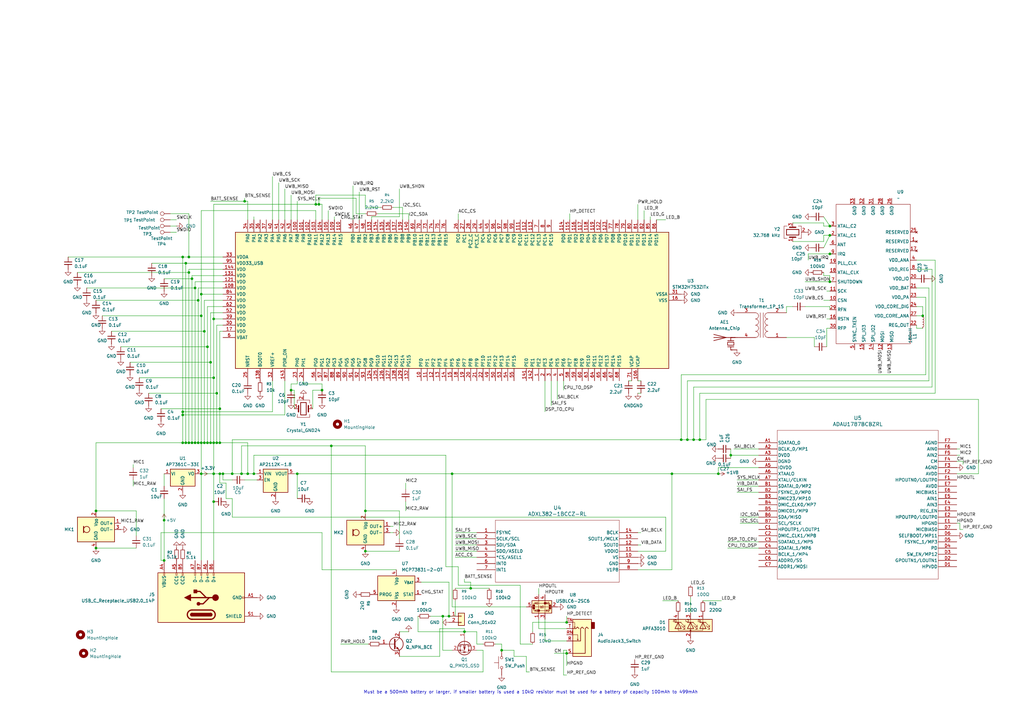
<source format=kicad_sch>
(kicad_sch (version 20250114) (generator "eeschema") (generator_version "9.0")
  (paper "A3")
  (text "Must be a 500mAh battery or larger, if smaller battery is used a 10kΩ resistor must be used for a battery of capacity 100mAh to 499mAh" (at 217.678 283.972 0) (effects (font (size 1.27 1.27))))
  (junction (at 78.74 114.3))
  (junction (at 181.61 252.73))
  (junction (at 340.36 115.57))
  (junction (at 149.86 226.06))
  (junction (at 101.6 194.31))
  (junction (at 90.17 181.61))
  (junction (at 82.55 181.61))
  (junction (at 91.44 194.31))
  (junction (at 135.89 182.88))
  (junction (at 82.55 194.31))
  (junction (at 83.82 181.61))
  (junction (at 87.63 194.31))
  (junction (at 284.48 180.34))
  (junction (at 74.93 105.41))
  (junction (at 67.31 213.36))
  (junction (at 83.82 135.89))
  (junction (at 279.4 180.34))
  (junction (at 378.46 129.54))
  (junction (at 81.28 181.61))
  (junction (at 340.36 96.52))
  (junction (at 85.09 142.24))
  (junction (at 77.47 111.76))
  (junction (at 100.33 82.55))
  (junction (at 88.9 181.61))
  (junction (at 294.64 194.31))
  (junction (at 275.59 194.31))
  (junction (at 149.86 209.55))
  (junction (at 74.93 181.61))
  (junction (at 39.37 224.79))
  (junction (at 184.15 252.73))
  (junction (at 287.02 180.34))
  (junction (at 81.28 123.19))
  (junction (at 87.63 205.74))
  (junction (at 87.63 154.94))
  (junction (at 87.63 130.81))
  (junction (at 193.04 241.3))
  (junction (at 340.36 92.71))
  (junction (at 299.72 186.69))
  (junction (at 99.06 194.31))
  (junction (at 88.9 161.29))
  (junction (at 85.09 181.61))
  (junction (at 119.38 160.02))
  (junction (at 205.74 266.7))
  (junction (at 104.14 194.31))
  (junction (at 132.08 160.02))
  (junction (at 80.01 118.11))
  (junction (at 87.63 181.61))
  (junction (at 82.55 129.54))
  (junction (at 78.74 181.61))
  (junction (at 340.36 104.14))
  (junction (at 74.93 170.18))
  (junction (at 130.81 83.82))
  (junction (at 86.36 148.59))
  (junction (at 281.94 180.34))
  (junction (at 95.25 194.31))
  (junction (at 39.37 209.55))
  (junction (at 185.42 194.31))
  (junction (at 76.2 107.95))
  (junction (at 129.54 83.82))
  (junction (at 90.17 194.31))
  (junction (at 80.01 181.61))
  (junction (at 90.17 167.64))
  (junction (at 77.47 181.61))
  (junction (at 74.93 168.91))
  (junction (at 232.41 267.97))
  (junction (at 67.31 229.87))
  (junction (at 86.36 181.61))
  (junction (at 232.41 255.27))
  (junction (at 77.47 105.41))
  (junction (at 76.2 181.61))
  (junction (at 190.5 259.08))
  (junction (at 121.92 194.31))
  (junction (at 82.55 120.65))
  (wire (pts (xy 163.83 209.55) (xy 149.86 209.55)))
  (wire (pts (xy 337.82 92.71) (xy 340.36 92.71)))
  (wire (pts (xy 124.46 157.48) (xy 132.08 157.48)))
  (wire (pts (xy 104.14 88.9) (xy 104.14 90.17)))
  (wire (pts (xy 261.62 226.06) (xy 273.05 226.06)))
  (wire (pts (xy 186.69 218.44) (xy 195.58 218.44)))
  (wire (pts (xy 182.88 232.41) (xy 182.88 186.69)))
  (wire (pts (xy 190.5 257.81) (xy 190.5 259.08)))
  (wire (pts (xy 223.52 156.21) (xy 223.52 168.91)))
  (wire (pts (xy 279.4 180.34) (xy 281.94 180.34)))
  (wire (pts (xy 85.09 125.73) (xy 85.09 142.24)))
  (wire (pts (xy 121.92 204.47) (xy 121.92 194.31)))
  (wire (pts (xy 392.43 194.31) (xy 401.32 194.31)))
  (wire (pts (xy 262.89 156.21) (xy 261.62 156.21)))
  (wire (pts (xy 83.82 135.89) (xy 83.82 181.61)))
  (wire (pts (xy 382.27 158.75) (xy 382.27 110.49)))
  (wire (pts (xy 91.44 113.03) (xy 78.74 113.03)))
  (wire (pts (xy 57.15 154.94) (xy 87.63 154.94)))
  (wire (pts (xy 190.5 238.76) (xy 193.04 238.76)))
  (wire (pts (xy 394.97 189.23) (xy 392.43 189.23)))
  (wire (pts (xy 382.27 110.49) (xy 375.92 110.49)))
  (wire (pts (xy 111.76 72.39) (xy 111.76 90.17)))
  (wire (pts (xy 339.09 134.62) (xy 340.36 134.62)))
  (wire (pts (xy 149.86 80.01) (xy 129.54 80.01)))
  (wire (pts (xy 116.84 156.21) (xy 116.84 170.18)))
  (wire (pts (xy 261.62 83.82) (xy 261.62 90.17)))
  (wire (pts (xy 223.52 262.89) (xy 223.52 254)))
  (wire (pts (xy 227.33 267.97) (xy 232.41 267.97)))
  (wire (pts (xy 287.02 161.29) (xy 383.54 161.29)))
  (wire (pts (xy 232.41 257.81) (xy 220.98 257.81)))
  (wire (pts (xy 302.26 199.39) (xy 311.15 199.39)))
  (wire (pts (xy 300.99 184.15) (xy 311.15 184.15)))
  (wire (pts (xy 99.06 194.31) (xy 101.6 194.31)))
  (wire (pts (xy 381 118.11) (xy 381 156.21)))
  (wire (pts (xy 91.44 118.11) (xy 81.28 118.11)))
  (wire (pts (xy 181.61 252.73) (xy 184.15 252.73)))
  (wire (pts (xy 81.28 123.19) (xy 81.28 181.61)))
  (wire (pts (xy 129.54 83.82) (xy 130.81 83.82)))
  (wire (pts (xy 132.08 233.68) (xy 132.08 218.44)))
  (wire (pts (xy 95.25 212.09) (xy 95.25 204.47)))
  (wire (pts (xy 337.82 123.19) (xy 340.36 123.19)))
  (wire (pts (xy 82.55 86.36) (xy 129.54 86.36)))
  (wire (pts (xy 330.2 115.57) (xy 340.36 115.57)))
  (wire (pts (xy 100.33 196.85) (xy 105.41 196.85)))
  (wire (pts (xy 281.94 180.34) (xy 284.48 180.34)))
  (wire (pts (xy 163.83 220.98) (xy 163.83 209.55)))
  (wire (pts (xy 121.92 194.31) (xy 185.42 194.31)))
  (wire (pts (xy 91.44 120.65) (xy 82.55 120.65)))
  (wire (pts (xy 39.37 123.19) (xy 81.28 123.19)))
  (wire (pts (xy 69.85 90.17) (xy 72.39 90.17)))
  (wire (pts (xy 298.45 222.25) (xy 311.15 222.25)))
  (wire (pts (xy 81.28 118.11) (xy 81.28 123.19)))
  (wire (pts (xy 82.55 181.61) (xy 83.82 181.61)))
  (wire (pts (xy 341.63 104.14) (xy 340.36 104.14)))
  (wire (pts (xy 273.05 212.09) (xy 95.25 212.09)))
  (wire (pts (xy 165.1 85.09) (xy 161.29 85.09)))
  (wire (pts (xy 80.01 118.11) (xy 80.01 181.61)))
  (wire (pts (xy 165.1 85.09) (xy 165.1 90.17)))
  (wire (pts (xy 87.63 194.31) (xy 87.63 205.74)))
  (wire (pts (xy 330.2 125.73) (xy 340.36 125.73)))
  (wire (pts (xy 232.41 252.73) (xy 232.41 255.27)))
  (wire (pts (xy 77.47 110.49) (xy 77.47 111.76)))
  (wire (pts (xy 86.36 128.27) (xy 86.36 148.59)))
  (wire (pts (xy 91.44 196.85) (xy 95.25 196.85)))
  (wire (pts (xy 135.89 182.88) (xy 149.86 182.88)))
  (wire (pts (xy 232.41 276.86) (xy 231.14 276.86)))
  (wire (pts (xy 337.82 91.44) (xy 337.82 92.71)))
  (wire (pts (xy 266.7 88.9) (xy 266.7 90.17)))
  (wire (pts (xy 121.92 156.21) (xy 121.92 157.48)))
  (wire (pts (xy 187.96 87.63) (xy 187.96 90.17)))
  (wire (pts (xy 210.82 269.24) (xy 210.82 266.7)))
  (wire (pts (xy 60.96 161.29) (xy 88.9 161.29)))
  (wire (pts (xy 378.46 125.73) (xy 378.46 129.54)))
  (wire (pts (xy 337.82 113.03) (xy 340.36 113.03)))
  (wire (pts (xy 337.82 88.9) (xy 340.36 92.71)))
  (wire (pts (xy 337.82 101.6) (xy 340.36 96.52)))
  (wire (pts (xy 298.45 224.79) (xy 311.15 224.79)))
  (wire (pts (xy 233.68 87.63) (xy 233.68 90.17)))
  (wire (pts (xy 163.83 269.24) (xy 180.34 269.24)))
  (wire (pts (xy 128.27 160.02) (xy 132.08 160.02)))
  (wire (pts (xy 401.32 194.31) (xy 401.32 163.83)))
  (wire (pts (xy 161.29 215.9) (xy 160.02 215.9)))
  (wire (pts (xy 69.85 92.71) (xy 72.39 92.71)))
  (wire (pts (xy 228.6 163.83) (xy 228.6 156.21)))
  (wire (pts (xy 90.17 135.89) (xy 90.17 167.64)))
  (wire (pts (xy 275.59 194.31) (xy 294.64 194.31)))
  (wire (pts (xy 394.97 190.5) (xy 394.97 189.23)))
  (wire (pts (xy 149.86 182.88) (xy 149.86 209.55)))
  (wire (pts (xy 81.28 181.61) (xy 82.55 181.61)))
  (wire (pts (xy 210.82 266.7) (xy 205.74 266.7)))
  (wire (pts (xy 149.86 209.55) (xy 149.86 210.82)))
  (wire (pts (xy 83.82 181.61) (xy 85.09 181.61)))
  (wire (pts (xy 172.72 238.76) (xy 184.15 238.76)))
  (wire (pts (xy 87.63 130.81) (xy 87.63 154.94)))
  (wire (pts (xy 80.01 115.57) (xy 80.01 118.11)))
  (wire (pts (xy 85.09 142.24) (xy 85.09 181.61)))
  (wire (pts (xy 87.63 154.94) (xy 87.63 181.61)))
  (wire (pts (xy 322.58 138.43) (xy 334.01 138.43)))
  (wire (pts (xy 257.81 156.21) (xy 259.08 156.21)))
  (wire (pts (xy 262.89 218.44) (xy 261.62 218.44)))
  (wire (pts (xy 322.58 128.27) (xy 322.58 125.73)))
  (wire (pts (xy 213.36 264.16) (xy 213.36 240.03)))
  (wire (pts (xy 149.86 87.63) (xy 146.05 87.63)))
  (wire (pts (xy 99.06 182.88) (xy 135.89 182.88)))
  (wire (pts (xy 111.76 156.21) (xy 111.76 168.91)))
  (wire (pts (xy 340.36 125.73) (xy 340.36 127)))
  (wire (pts (xy 91.44 107.95) (xy 76.2 107.95)))
  (wire (pts (xy 186.69 226.06) (xy 195.58 226.06)))
  (wire (pts (xy 340.36 113.03) (xy 340.36 115.57)))
  (wire (pts (xy 231.14 266.7) (xy 232.41 266.7)))
  (wire (pts (xy 393.7 186.69) (xy 392.43 186.69)))
  (wire (pts (xy 299.72 186.69) (xy 311.15 186.69)))
  (wire (pts (xy 82.55 120.65) (xy 82.55 129.54)))
  (wire (pts (xy 104.14 194.31) (xy 105.41 194.31)))
  (wire (pts (xy 284.48 180.34) (xy 287.02 180.34)))
  (wire (pts (xy 100.33 82.55) (xy 101.6 82.55)))
  (wire (pts (xy 322.58 125.73) (xy 325.12 125.73)))
  (wire (pts (xy 87.63 194.31) (xy 90.17 194.31)))
  (wire (pts (xy 289.56 180.34) (xy 289.56 163.83)))
  (wire (pts (xy 271.78 246.38) (xy 278.13 246.38)))
  (wire (pts (xy 95.25 194.31) (xy 95.25 180.34)))
  (wire (pts (xy 104.14 186.69) (xy 104.14 194.31)))
  (wire (pts (xy 80.01 181.61) (xy 81.28 181.61)))
  (wire (pts (xy 90.17 181.61) (xy 101.6 181.61)))
  (wire (pts (xy 91.44 135.89) (xy 90.17 135.89)))
  (wire (pts (xy 180.34 257.81) (xy 190.5 257.81)))
  (wire (pts (xy 185.42 194.31) (xy 185.42 248.92)))
  (wire (pts (xy 130.81 83.82) (xy 132.08 83.82)))
  (wire (pts (xy 273.05 226.06) (xy 273.05 212.09)))
  (wire (pts (xy 337.82 96.52) (xy 340.36 96.52)))
  (wire (pts (xy 76.2 107.95) (xy 76.2 181.61)))
  (wire (pts (xy 128.27 167.64) (xy 128.27 160.02)))
  (wire (pts (xy 82.55 86.36) (xy 82.55 120.65)))
  (wire (pts (xy 55.88 219.71) (xy 55.88 209.55)))
  (wire (pts (xy 74.93 181.61) (xy 76.2 181.61)))
  (wire (pts (xy 303.53 212.09) (xy 311.15 212.09)))
  (wire (pts (xy 91.44 196.85) (xy 91.44 194.31)))
  (wire (pts (xy 54.61 190.5) (xy 54.61 191.77)))
  (wire (pts (xy 186.69 220.98) (xy 195.58 220.98)))
  (wire (pts (xy 35.56 118.11) (xy 80.01 118.11)))
  (wire (pts (xy 74.93 105.41) (xy 74.93 168.91)))
  (wire (pts (xy 88.9 133.35) (xy 88.9 161.29)))
  (wire (pts (xy 231.14 160.02) (xy 231.14 156.21)))
  (wire (pts (xy 339.09 119.38) (xy 340.36 119.38)))
  (wire (pts (xy 180.34 269.24) (xy 180.34 257.81)))
  (wire (pts (xy 284.48 158.75) (xy 382.27 158.75)))
  (wire (pts (xy 185.42 266.7) (xy 181.61 266.7)))
  (wire (pts (xy 379.73 121.92) (xy 379.73 153.67)))
  (wire (pts (xy 86.36 148.59) (xy 86.36 181.61)))
  (wire (pts (xy 87.63 181.61) (xy 88.9 181.61)))
  (wire (pts (xy 62.23 107.95) (xy 76.2 107.95)))
  (wire (pts (xy 129.54 80.01) (xy 129.54 83.82)))
  (wire (pts (xy 167.64 259.08) (xy 163.83 259.08)))
  (wire (pts (xy 83.82 123.19) (xy 83.82 135.89)))
  (wire (pts (xy 394.97 217.17) (xy 393.7 217.17)))
  (wire (pts (xy 77.47 181.61) (xy 78.74 181.61)))
  (wire (pts (xy 264.16 86.36) (xy 264.16 90.17)))
  (wire (pts (xy 162.56 233.68) (xy 132.08 233.68)))
  (wire (pts (xy 100.33 81.28) (xy 100.33 82.55)))
  (wire (pts (xy 281.94 156.21) (xy 281.94 180.34)))
  (wire (pts (xy 91.44 130.81) (xy 87.63 130.81)))
  (wire (pts (xy 99.06 194.31) (xy 99.06 182.88)))
  (wire (pts (xy 121.92 194.31) (xy 120.65 194.31)))
  (wire (pts (xy 101.6 181.61) (xy 101.6 194.31)))
  (wire (pts (xy 176.53 252.73) (xy 181.61 252.73)))
  (wire (pts (xy 302.26 196.85) (xy 311.15 196.85)))
  (wire (pts (xy 95.25 204.47) (xy 92.71 204.47)))
  (wire (pts (xy 137.16 88.9) (xy 137.16 90.17)))
  (wire (pts (xy 78.74 114.3) (xy 78.74 181.61)))
  (wire (pts (xy 198.12 264.16) (xy 195.58 264.16)))
  (wire (pts (xy 87.63 205.74) (xy 87.63 229.87)))
  (wire (pts (xy 74.93 170.18) (xy 74.93 181.61)))
  (wire (pts (xy 198.12 275.59) (xy 135.89 275.59)))
  (wire (pts (xy 193.04 238.76) (xy 193.04 241.3)))
  (wire (pts (xy 190.5 237.49) (xy 190.5 238.76)))
  (wire (pts (xy 69.85 95.25) (xy 72.39 95.25)))
  (wire (pts (xy 186.69 223.52) (xy 195.58 223.52)))
  (wire (pts (xy 121.92 82.55) (xy 121.92 90.17)))
  (wire (pts (xy 134.62 86.36) (xy 134.62 90.17)))
  (wire (pts (xy 91.44 128.27) (xy 86.36 128.27)))
  (wire (pts (xy 124.46 156.21) (xy 124.46 157.48)))
  (wire (pts (xy 311.15 191.77) (xy 294.64 191.77)))
  (wire (pts (xy 116.84 77.47) (xy 116.84 90.17)))
  (wire (pts (xy 220.98 257.81) (xy 220.98 254)))
  (wire (pts (xy 375.92 134.62) (xy 375.92 133.35)))
  (wire (pts (xy 91.44 194.31) (xy 95.25 194.31)))
  (wire (pts (xy 49.53 142.24) (xy 85.09 142.24)))
  (wire (pts (xy 92.71 204.47) (xy 92.71 198.12)))
  (wire (pts (xy 295.91 246.38) (xy 288.29 246.38)))
  (wire (pts (xy 287.02 180.34) (xy 289.56 180.34)))
  (wire (pts (xy 163.83 88.9) (xy 152.4 88.9)))
  (wire (pts (xy 100.33 82.55) (xy 86.36 82.55)))
  (wire (pts (xy 181.61 266.7) (xy 181.61 252.73)))
  (wire (pts (xy 215.9 275.59) (xy 215.9 269.24)))
  (wire (pts (xy 95.25 194.31) (xy 99.06 194.31)))
  (wire (pts (xy 101.6 194.31) (xy 104.14 194.31)))
  (wire (pts (xy 55.88 209.55) (xy 39.37 209.55)))
  (wire (pts (xy 45.72 135.89) (xy 83.82 135.89)))
  (wire (pts (xy 161.29 218.44) (xy 160.02 218.44)))
  (wire (pts (xy 92.71 198.12) (xy 90.17 198.12)))
  (wire (pts (xy 187.96 232.41) (xy 182.88 232.41)))
  (wire (pts (xy 184.15 238.76) (xy 184.15 252.73)))
  (wire (pts (xy 67.31 114.3) (xy 78.74 114.3)))
  (wire (pts (xy 383.54 106.68) (xy 375.92 106.68)))
  (wire (pts (xy 66.04 218.44) (xy 66.04 229.87)))
  (wire (pts (xy 287.02 161.29) (xy 287.02 180.34)))
  (wire (pts (xy 132.08 83.82) (xy 132.08 90.17)))
  (wire (pts (xy 401.32 163.83) (xy 289.56 163.83)))
  (wire (pts (xy 167.64 87.63) (xy 167.64 90.17)))
  (wire (pts (xy 299.72 186.69) (xy 299.72 184.15)))
  (wire (pts (xy 339.09 142.24) (xy 339.09 134.62)))
  (wire (pts (xy 393.7 184.15) (xy 392.43 184.15)))
  (wire (pts (xy 67.31 204.47) (xy 67.31 213.36)))
  (wire (pts (xy 187.96 240.03) (xy 187.96 232.41)))
  (wire (pts (xy 154.94 87.63) (xy 167.64 87.63)))
  (wire (pts (xy 284.48 158.75) (xy 284.48 180.34)))
  (wire (pts (xy 66.04 167.64) (xy 90.17 167.64)))
  (wire (pts (xy 90.17 198.12) (xy 90.17 194.31)))
  (wire (pts (xy 182.88 186.69) (xy 104.14 186.69)))
  (wire (pts (xy 88.9 181.61) (xy 90.17 181.61)))
  (wire (pts (xy 218.44 259.08) (xy 218.44 255.27)))
  (wire (pts (xy 232.41 262.89) (xy 223.52 262.89)))
  (wire (pts (xy 91.44 115.57) (xy 80.01 115.57)))
  (wire (pts (xy 78.74 181.61) (xy 80.01 181.61)))
  (wire (pts (xy 375.92 118.11) (xy 381 118.11)))
  (wire (pts (xy 186.69 246.38) (xy 186.69 252.73)))
  (wire (pts (xy 393.7 214.63) (xy 392.43 214.63)))
  (wire (pts (xy 147.32 78.74) (xy 147.32 90.17)))
  (wire (pts (xy 302.26 201.93) (xy 311.15 201.93)))
  (wire (pts (xy 129.54 86.36) (xy 129.54 90.17)))
  (wire (pts (xy 186.69 252.73) (xy 184.15 252.73)))
  (wire (pts (xy 82.55 194.31) (xy 82.55 181.61)))
  (wire (pts (xy 232.41 266.7) (xy 232.41 267.97)))
  (wire (pts (xy 220.98 241.3) (xy 220.98 243.84)))
  (wire (pts (xy 82.55 181.61) (xy 82.55 129.54)))
  (wire (pts (xy 171.45 252.73) (xy 171.45 259.08)))
  (wire (pts (xy 275.59 233.68) (xy 275.59 194.31)))
  (wire (pts (xy 88.9 161.29) (xy 88.9 181.61)))
  (wire (pts (xy 139.7 264.16) (xy 151.13 264.16)))
  (wire (pts (xy 261.62 233.68) (xy 275.59 233.68)))
  (wire (pts (xy 339.09 130.81) (xy 340.36 130.81)))
  (wire (pts (xy 149.86 80.01) (xy 149.86 85.09)))
  (wire (pts (xy 67.31 194.31) (xy 67.31 199.39)))
  (wire (pts (xy 381 156.21) (xy 281.94 156.21)))
  (wire (pts (xy 91.44 133.35) (xy 88.9 133.35)))
  (wire (pts (xy 375.92 129.54) (xy 378.46 129.54)))
  (wire (pts (xy 325.12 99.06) (xy 337.82 99.06)))
  (wire (pts (xy 331.47 106.68) (xy 331.47 104.14)))
  (wire (pts (xy 185.42 194.31) (xy 275.59 194.31)))
  (wire (pts (xy 74.93 168.91) (xy 74.93 170.18)))
  (wire (pts (xy 218.44 264.16) (xy 213.36 264.16)))
  (wire (pts (xy 116.84 170.18) (xy 74.93 170.18)))
  (wire (pts (xy 217.17 275.59) (xy 215.9 275.59)))
  (wire (pts (xy 101.6 82.55) (xy 101.6 90.17)))
  (wire (pts (xy 379.73 153.67) (xy 279.4 153.67)))
  (wire (pts (xy 186.69 228.6) (xy 195.58 228.6)))
  (wire (pts (xy 90.17 167.64) (xy 90.17 181.61)))
  (wire (pts (xy 85.09 181.61) (xy 86.36 181.61)))
  (wire (pts (xy 205.74 266.7) (xy 205.74 264.16)))
  (wire (pts (xy 41.91 129.54) (xy 82.55 129.54)))
  (wire (pts (xy 393.7 217.17) (xy 393.7 214.63)))
  (wire (pts (xy 132.08 157.48) (xy 132.08 160.02)))
  (wire (pts (xy 39.37 181.61) (xy 74.93 181.61)))
  (wire (pts (xy 119.38 157.48) (xy 119.38 160.02)))
  (wire (pts (xy 166.37 198.12) (xy 166.37 200.66)))
  (wire (pts (xy 279.4 153.67) (xy 279.4 180.34)))
  (wire (pts (xy 273.05 90.17) (xy 269.24 90.17)))
  (wire (pts (xy 299.72 187.96) (xy 299.72 186.69)))
  (wire (pts (xy 67.31 213.36) (xy 67.31 229.87)))
  (wire (pts (xy 132.08 218.44) (xy 66.04 218.44)))
  (wire (pts (xy 146.05 81.28) (xy 130.81 81.28)))
  (wire (pts (xy 205.74 264.16) (xy 203.2 264.16)))
  (wire (pts (xy 69.85 87.63) (xy 77.47 87.63)))
  (wire (pts (xy 195.58 264.16) (xy 195.58 259.08)))
  (wire (pts (xy 78.74 113.03) (xy 78.74 114.3)))
  (wire (pts (xy 31.75 111.76) (xy 77.47 111.76)))
  (wire (pts (xy 130.81 81.28) (xy 130.81 83.82)))
  (wire (pts (xy 383.54 106.68) (xy 383.54 161.29)))
  (wire (pts (xy 331.47 104.14) (xy 340.36 104.14)))
  (wire (pts (xy 120.65 167.64) (xy 120.65 160.02)))
  (wire (pts (xy 262.89 223.52) (xy 261.62 223.52)))
  (wire (pts (xy 77.47 105.41) (xy 74.93 105.41)))
  (wire (pts (xy 262.89 161.29) (xy 261.62 161.29)))
  (wire (pts (xy 166.37 209.55) (xy 166.37 205.74)))
  (wire (pts (xy 82.55 194.31) (xy 87.63 194.31)))
  (wire (pts (xy 87.63 194.31) (xy 87.63 181.61)))
  (wire (pts (xy 111.76 168.91) (xy 74.93 168.91)))
  (wire (pts (xy 325.12 91.44) (xy 337.82 91.44)))
  (wire (pts (xy 375.92 125.73) (xy 378.46 125.73)))
  (wire (pts (xy 152.4 88.9) (xy 152.4 90.17)))
  (wire (pts (xy 215.9 269.24) (xy 210.82 269.24)))
  (wire (pts (xy 195.58 266.7) (xy 198.12 266.7)))
  (wire (pts (xy 87.63 83.82) (xy 87.63 130.81)))
  (wire (pts (xy 144.78 76.2) (xy 144.78 90.17)))
  (wire (pts (xy 77.47 111.76) (xy 77.47 181.61)))
  (wire (pts (xy 334.01 138.43) (xy 334.01 142.24)))
  (wire (pts (xy 95.25 180.34) (xy 279.4 180.34)))
  (wire (pts (xy 231.14 276.86) (xy 231.14 266.7)))
  (wire (pts (xy 39.37 209.55) (xy 39.37 181.61)))
  (wire (pts (xy 198.12 266.7) (xy 198.12 275.59)))
  (wire (pts (xy 186.69 241.3) (xy 193.04 241.3)))
  (wire (pts (xy 82.55 229.87) (xy 82.55 194.31)))
  (wire (pts (xy 54.61 199.39) (xy 54.61 196.85)))
  (wire (pts (xy 213.36 240.03) (xy 187.96 240.03)))
  (wire (pts (xy 76.2 181.61) (xy 77.47 181.61)))
  (wire (pts (xy 283.21 245.11) (xy 283.21 251.46)))
  (wire (pts (xy 337.82 99.06) (xy 337.82 96.52)))
  (wire (pts (xy 294.64 191.77) (xy 294.64 194.31)))
  (wire (pts (xy 215.9 248.92) (xy 185.42 248.92)))
  (wire (pts (xy 232.41 273.05) (xy 232.41 267.97)))
  (wire (pts (xy 146.05 87.63) (xy 146.05 81.28)))
  (wire (pts (xy 66.04 229.87) (xy 67.31 229.87)))
  (wire (pts (xy 53.34 148.59) (xy 86.36 148.59)))
  (wire (pts (xy 119.38 80.01) (xy 119.38 90.17)))
  (wire (pts (xy 77.47 87.63) (xy 77.47 105.41)))
  (wire (pts (xy 86.36 181.61) (xy 87.63 181.61)))
  (wire (pts (xy 218.44 255.27) (xy 232.41 255.27)))
  (wire (pts (xy 163.83 226.06) (xy 149.86 226.06)))
  (wire (pts (xy 121.92 157.48) (xy 119.38 157.48)))
  (wire (pts (xy 375.92 121.92) (xy 379.73 121.92)))
  (wire (pts (xy 163.83 77.47) (xy 163.83 88.9)))
  (wire (pts (xy 156.21 85.09) (xy 149.86 85.09)))
  (wire (pts (xy 27.94 105.41) (xy 74.93 105.41)))
  (wire (pts (xy 55.88 224.79) (xy 39.37 224.79)))
  (wire (pts (xy 91.44 125.73) (xy 85.09 125.73)))
  (wire (pts (xy 114.3 74.93) (xy 114.3 90.17)))
  (wire (pts (xy 303.53 214.63) (xy 311.15 214.63)))
  (wire (pts (xy 91.44 110.49) (xy 77.47 110.49)))
  (wire (pts (xy 226.06 166.37) (xy 226.06 156.21)))
  (wire (pts (xy 91.44 105.41) (xy 77.47 105.41)))
  (wire (pts (xy 195.58 259.08) (xy 190.5 259.08)))
  (wire (pts (xy 87.63 83.82) (xy 129.54 83.82)))
  (wire (pts (xy 193.04 241.3) (xy 200.66 241.3)))
  (wire (pts (xy 91.44 123.19) (xy 83.82 123.19)))
  (wire (pts (xy 135.89 275.59) (xy 135.89 182.88)))
  (wire (pts (xy 337.82 111.76) (xy 337.82 113.03)))
  (wire (pts (xy 378.46 134.62) (xy 375.92 134.62)))
  (wire (pts (xy 120.65 160.02) (xy 119.38 160.02)))
  (wire (pts (xy 171.45 259.08) (xy 190.5 259.08)))
  (wire (pts (xy 90.17 194.31) (xy 91.44 194.31)))
  (label "DSP_TO_CPU" (at 223.52 168.91 0))
  (label "BTN_SENSE" (at 217.17 275.59 0))
  (label "HP_REF_GND" (at 260.35 270.51 0))
  (label "HPGND" (at 232.41 273.05 0))
  (label "" (at 394.97 190.5 0))
  (label "DSP_TO_CPU" (at 298.45 222.25 0))
  (label "SAI_FS" (at 302.26 201.93 0))
  (label "CPU_TO_DSP" (at 231.14 160.02 0))
  (label "SWCLK" (at 72.39 90.17 0))
  (label "UWB_MOSI" (at 119.38 80.01 0))
  (label "SWDIO" (at 134.62 86.36 0))
  (label "UWB_MISO" (at 116.84 77.47 0))
  (label "" (at 205.74 266.7 0))
  (label "CPU_TO_DSP" (at 298.45 224.79 0))
  (label "PWR_HOLD" (at 261.62 83.82 0))
  (label "SAI_BCLK" (at 228.6 163.83 0))
  (label "UWB_MISO" (at 365.76 143.51 270))
  (label "UWB_MOSI" (at 361.95 143.51 270))
  (label "LED_G" (at 266.7 88.9 0))
  (label "MIC2" (at 393.7 186.69 0))
  (label "HP_REF_GND" (at 394.97 190.5 0))
  (label "UWB_SCK" (at 186.69 220.98 0))
  (label "MIC1_RAW" (at 49.53 214.63 0))
  (label "MIC2_RAW" (at 166.37 209.55 0))
  (label "CHG_STAT" (at 172.72 243.84 0))
  (label "SWCLK" (at 137.16 88.9 0))
  (label "I2C_SDA" (at 167.64 88.9 0))
  (label "SYS_MCLK" (at 121.92 82.55 0))
  (label "SAI_BCLK" (at 300.99 184.15 0))
  (label "I2C_SDA" (at 303.53 212.09 0))
  (label "" (at 125.7295 194.31 0))
  (label "HPOUTL" (at 220.98 241.3 0))
  (label "MIC2_RAW" (at 161.29 215.9 0))
  (label "HPGND" (at 392.43 214.63 0))
  (label "LED_R" (at 264.16 86.36 0))
  (label "VIB_DATA" (at 302.26 199.39 0))
  (label "CM" (at 392.43 189.23 0))
  (label "CM" (at 227.33 267.97 0))
  (label "HP_DETECT" (at 233.68 87.63 0))
  (label "UWB_MISO" (at 186.69 226.06 0))
  (label "MIC1" (at 393.7 184.15 0))
  (label "UWB_RST" (at 147.32 78.74 0))
  (label "LED_G" (at 283.21 240.03 0))
  (label "UWB_CS" (at 337.82 123.19 180))
  (label "UWB_RST" (at 339.09 130.81 180))
  (label "I2C_SCL" (at 303.53 214.63 0))
  (label "MIC1_RAW" (at 54.61 199.39 0))
  (label "UWB_SHDN" (at 163.83 77.47 0))
  (label "LED_B" (at 273.05 90.17 0))
  (label "BATT_SENSE" (at 190.5 237.49 0))
  (label "PWR_HOLD" (at 139.7 264.16 0))
  (label "HP_REF_GND" (at 232.41 276.86 0))
  (label "I2C_SCL" (at 165.1 85.09 0))
  (label "BTN_SENSE" (at 100.33 81.28 0))
  (label "SYS_MCLK" (at 302.26 196.85 0))
  (label "HP_REF_GND" (at 394.97 217.17 0))
  (label "UWB_MOSI" (at 186.69 223.52 0))
  (label "SWDIO" (at 72.39 95.25 0))
  (label "SAI_BCLK" (at 262.89 218.44 0))
  (label "UWB_CS" (at 111.76 72.39 0))
  (label "SAI_FS" (at 186.69 218.44 0))
  (label "HPOUTR" (at 392.43 212.09 0))
  (label "LED_B" (at 271.78 246.38 0))
  (label "UWB_IRQ" (at 144.78 76.2 0))
  (label "ACC_CS" (at 186.69 228.6 0))
  (label "HP_DETECT" (at 232.41 252.73 0))
  (label "HPOUTR" (at 223.52 243.84 0))
  (label "UWB_SCK" (at 114.3 74.93 0))
  (label "LED_R" (at 295.91 246.38 0))
  (label "SAI_FS" (at 226.06 166.37 0))
  (label "ACC_CS" (at 187.96 87.63 0))
  (label "UWB_SHDN" (at 330.2 115.57 0))
  (label "VIB_DATA" (at 262.89 223.52 0))
  (label "MIC2" (at 166.37 198.12 0))
  (label "HPOUTL" (at 392.43 196.85 0))
  (label "MIC1" (at 54.61 190.5 0))
  (label "UWB_SCK" (at 339.09 119.38 180))
  (label "BATT_SENSE" (at 86.36 82.55 0))
  (label "UWB_IRQ" (at 331.47 106.68 0))
  (label "CHG_STAT" (at 139.7 90.17 0))
  (symbol (lib_id "power:GND") (at 31.75 116.84 0) (unit 1)
    (property "Reference" "#PWR025" (effects (hide yes)))
    (property "Value" "GND" (at 31.75 121.92 0))
    (property "Description" "Power symbol creates a global label with name \"GND\" , ground" (effects (hide yes)))
  )
  (symbol (lib_id "Connector:TestPoint") (at 69.85 92.71 90) (unit 1)
    (property "Reference" "TP3" (at 60.452 96.012 90))
    (property "Value" "TestPoint" (at 61.214 93.472 90))
    (property "Footprint" "TestPoint:TestPoint_Pad_1.0x1.0mm" (effects (hide yes)))
    (property "Description" "test point" (effects (hide yes)))
  )
  (symbol (lib_id "Device:R_Small") (at 200.66 264.16 90) (unit 1)
    (property "Reference" "R11" (at 200.66 259.08 90) (effects (font (size 1.016 1.016))))
    (property "Value" "100kΩ" (at 200.66 261.62 90))
    (property "Footprint" "Resistor_SMD:R_0402_1005Metric" (effects (hide yes)))
    (property "Description" "Resistor, small symbol" (effects (hide yes)))
  )
  (symbol (lib_id "power:GND") (at 45.72 140.97 0) (unit 1)
    (property "Reference" "#PWR021" (effects (hide yes)))
    (property "Value" "GND" (at 45.72 146.05 0))
    (property "Description" "Power symbol creates a global label with name \"GND\" , ground" (effects (hide yes)))
  )
  (symbol (lib_id "Device:R_Small") (at 74.93 227.33 0) (unit 1)
    (property "Reference" "R1" (at 76.454 226.822 0) (effects (font (size 1.016 1.016)) (justify left)))
    (property "Value" "5.1k" (at 76.2 228.6 0) (effects (justify left)))
    (property "Footprint" "Resistor_SMD:R_0402_1005Metric" (effects (hide yes)))
    (property "Description" "Resistor, small symbol" (effects (hide yes)))
  )
  (symbol (lib_id "power:GND") (at 283.21 261.62 0) (unit 1)
    (property "Reference" "#PWR059" (effects (hide yes)))
    (property "Value" "GND" (at 283.21 266.7 0))
    (property "Description" "Power symbol creates a global label with name \"GND\" , ground" (effects (hide yes)))
  )
  (symbol (lib_id "power:GND") (at 294.64 187.96 270) (unit 1)
    (property "Reference" "#PWR046" (effects (hide yes)))
    (property "Value" "GND" (at 293.624 189.992 90) (effects (justify right)))
    (property "Description" "Power symbol creates a global label with name \"GND\" , ground" (effects (hide yes)))
  )
  (symbol (lib_id "power:GND") (at 147.32 243.84 270) (unit 1)
    (property "Reference" "#PWR051" (effects (hide yes)))
    (property "Value" "GND" (at 142.24 243.84 0))
    (property "Description" "Power symbol creates a global label with name \"GND\" , ground" (effects (hide yes)))
  )
  (symbol (lib_id "power:GND") (at 60.96 166.37 0) (unit 1)
    (property "Reference" "#PWR017" (effects (hide yes)))
    (property "Value" "GND" (at 60.96 171.45 0))
    (property "Description" "Power symbol creates a global label with name \"GND\" , ground" (effects (hide yes)))
  )
  (symbol (lib_id "Device:C_Small") (at 163.83 223.52 0) (unit 1)
    (property "Reference" "C28" (at 166.37 222.2562 0) (effects (justify left)))
    (property "Value" "0.1uF" (at 166.37 224.7962 0) (effects (justify left)))
    (property "Footprint" "Capacitor_SMD:C_0402_1005Metric" (effects (hide yes)))
    (property "Description" "Unpolarized capacitor, small symbol" (effects (hide yes)))
  )
  (symbol (lib_id "Device:R_Small") (at 152.4 87.63 90) (unit 1)
    (property "Reference" "R5" (at 152.4 82.55 90) (effects (font (size 1.016 1.016))))
    (property "Value" "2.2kΩ" (at 152.4 85.09 90))
    (property "Footprint" "Resistor_SMD:R_0402_1005Metric" (effects (hide yes)))
    (property "Description" "Resistor, small symbol" (effects (hide yes)))
  )
  (symbol (lib_id "Device:C_Small") (at 132.08 162.56 0) (unit 1)
    (property "Reference" "C3" (at 134.62 161.2962 0) (effects (justify left)))
    (property "Value" "10pF" (at 134.62 163.8362 0) (effects (justify left)))
    (property "Footprint" "Capacitor_SMD:C_0402_1005Metric" (effects (hide yes)))
    (property "Description" "Unpolarized capacitor, small symbol" (effects (hide yes)))
  )
  (symbol (lib_id "power:GND") (at 106.68 161.29 0) (unit 1)
    (property "Reference" "#PWR015" (effects (hide yes)))
    (property "Value" "GND" (at 106.68 166.37 0))
    (property "Description" "Power symbol creates a global label with name \"GND\" , ground" (effects (hide yes)))
  )
  (symbol (lib_id "Device:C_Small") (at 41.91 132.08 0) (unit 1)
    (property "Reference" "C13" (at 44.45 130.8162 0) (effects (justify left)))
    (property "Value" "0.1uF" (at 44.45 133.3562 0) (effects (justify left)))
    (property "Footprint" "Capacitor_SMD:C_0402_1005Metric" (effects (hide yes)))
    (property "Description" "Unpolarized capacitor, small symbol" (effects (hide yes)))
  )
  (symbol (lib_id "Mechanical:MountingHole") (at 138.43 173.99 0) (unit 1) (in_bom no)
    (property "Reference" "H1" (at 140.97 172.7199 0) (effects (justify left)))
    (property "Value" "MountingHole" (at 140.97 175.2599 0) (effects (justify left)))
    (property "Footprint" "MountingHole:MountingHole_2.2mm_M2_DIN965_Pad" (effects (hide yes)))
    (property "Description" "Mounting Hole without connection" (effects (hide yes)))
  )
  (symbol (lib_id "power:GND") (at 39.37 128.27 0) (unit 1)
    (property "Reference" "#PWR023" (effects (hide yes)))
    (property "Value" "GND" (at 39.37 133.35 0))
    (property "Description" "Power symbol creates a global label with name \"GND\" , ground" (effects (hide yes)))
  )
  (symbol (lib_id "Device:C_Small") (at 97.79 196.85 270) (unit 1)
    (property "Reference" "C5" (at 97.536 201.93 90))
    (property "Value" "10uF" (at 97.79 200.152 90))
    (property "Footprint" "Capacitor_SMD:C_0402_1005Metric" (effects (hide yes)))
    (property "Description" "Unpolarized capacitor, small symbol" (effects (hide yes)))
  )
  (symbol (lib_id "power:GND") (at 105.41 252.73 90) (unit 1)
    (property "Reference" "#PWR03" (effects (hide yes)))
    (property "Value" "GND" (at 109.22 252.7299 90) (effects (justify right)))
    (property "Description" "Power symbol creates a global label with name \"GND\" , ground" (effects (hide yes)))
  )
  (symbol (lib_id "Device:R_Small") (at 200.66 243.84 0) (unit 1)
    (property "Reference" "R10" (at 203.2 242.5699 0) (effects (font (size 1.016 1.016)) (justify left)))
    (property "Value" "100kΩ" (at 203.2 245.1099 0) (effects (justify left)))
    (property "Footprint" "Resistor_SMD:R_0402_1005Metric" (effects (hide yes)))
    (property "Description" "Resistor, small symbol" (effects (hide yes)))
  )
  (symbol (lib_id "power:GND") (at 92.71 205.74 0) (unit 1)
    (property "Reference" "#PWR013" (effects (hide yes)))
    (property "Value" "GND" (at 92.71 210.82 0))
    (property "Description" "Power symbol creates a global label with name \"GND\" , ground" (effects (hide yes)))
  )
  (symbol (lib_id "power:GND") (at 332.74 88.9 270) (unit 1)
    (property "Reference" "#PWR043" (effects (hide yes)))
    (property "Value" "GND" (at 328.93 88.8999 90) (effects (justify right)))
    (property "Description" "Power symbol creates a global label with name \"GND\" , ground" (effects (hide yes)))
  )
  (symbol (lib_id "Connector:TestPoint") (at 69.85 87.63 90) (unit 1)
    (property "Reference" "TP1" (at 52.578 90.424 90))
    (property "Value" "TestPoint" (at 60.452 87.122 90))
    (property "Footprint" "TestPoint:TestPoint_Pad_1.0x1.0mm" (effects (hide yes)))
    (property "Description" "test point" (effects (hide yes)))
  )
  (symbol (lib_id "Device:R_Small") (at 153.67 264.16 90) (unit 1)
    (property "Reference" "R8" (at 153.67 259.08 90) (effects (font (size 1.016 1.016))))
    (property "Value" "10kΩ" (at 153.67 261.62 90))
    (property "Footprint" "Resistor_SMD:R_0402_1005Metric" (effects (hide yes)))
    (property "Description" "Resistor, small symbol" (effects (hide yes)))
  )
  (symbol (lib_id "Device:C_Small") (at 55.88 222.25 0) (unit 1)
    (property "Reference" "C31" (at 58.42 220.9862 0) (effects (justify left)))
    (property "Value" "0.1uF" (at 58.42 223.5262 0) (effects (justify left)))
    (property "Footprint" "Capacitor_SMD:C_0402_1005Metric" (effects (hide yes)))
    (property "Description" "Unpolarized capacitor, small symbol" (effects (hide yes)))
  )
  (symbol (lib_id "power:GND") (at 124.46 162.56 180) (unit 1)
    (property "Reference" "#PWR048" (effects (hide yes)))
    (property "Value" "GND" (at 124.46 157.48 0))
    (property "Description" "Power symbol creates a global label with name \"GND\" , ground" (effects (hide yes)))
  )
  (symbol (lib_id "Power_Protection:USBLC6-2SC6") (at 220.98 248.92 90) (unit 1)
    (property "Reference" "U8" (at 234.95 243.9668 90))
    (property "Value" "USBLC6-2SC6" (at 234.95 246.5068 90))
    (property "Footprint" "Package_TO_SOT_SMD:SOT-23-6" (effects (hide yes)))
    (property "Datasheet" "https://www.st.com/resource/en/datasheet/usblc6-2.pdf" (effects (hide yes)))
    (property "Description" "Very low capacitance ESD protection diode, 2 data-line, SOT-23-6" (effects (hide yes)))
  )
  (symbol (lib_id "Device:Crystal_GND24") (at 325.12 95.25 90) (unit 1)
    (property "Reference" "Y2" (at 320.04 93.9799 90) (effects (justify left)))
    (property "Value" "32.768 kHz" (at 320.04 96.5199 90) (effects (justify left)))
    (property "Footprint" "Crystal:Crystal_SMD_3225-4Pin_3.2x2.5mm" (effects (hide yes)))
    (property "Description" "Four pin crystal, GND on pins 2 and 4" (effects (hide yes)))
    (property private "KLC_S3.3" "The rectangle is not a symbol body but a graphical element" (effects (hide yes)))
    (property private "KLC_S4.1" "Some pins are on 50mil grid to make the symbol small" (effects (hide yes)))
  )
  (symbol (lib_id "power:GND") (at 167.64 259.08 180) (unit 1)
    (property "Reference" "#PWR055" (effects (hide yes)))
    (property "Value" "GND" (at 167.64 254 0))
    (property "Description" "Power symbol creates a global label with name \"GND\" , ground" (effects (hide yes)))
  )
  (symbol (lib_id "power:GND") (at 261.62 161.29 0) (unit 1)
    (property "Reference" "#PWR031" (effects (hide yes)))
    (property "Value" "GND" (at 261.62 166.37 0))
    (property "Description" "Power symbol creates a global label with name \"GND\" , ground" (effects (hide yes)))
  )
  (symbol (lib_id "power:GND") (at 257.81 161.29 0) (unit 1)
    (property "Reference" "#PWR030" (effects (hide yes)))
    (property "Value" "GND" (at 257.81 166.37 0))
    (property "Description" "Power symbol creates a global label with name \"GND\" , ground" (effects (hide yes)))
  )
  (symbol (lib_id "power:GND") (at 311.15 189.23 270) (unit 1)
    (property "Reference" "#PWR037" (effects (hide yes)))
    (property "Value" "GND" (at 307.34 189.2299 90) (effects (justify right)))
    (property "Description" "Power symbol creates a global label with name \"GND\" , ground" (effects (hide yes)))
  )
  (symbol (lib_id "power:GND") (at 119.38 165.1 0) (unit 1)
    (property "Reference" "#PWR033" (effects (hide yes)))
    (property "Value" "GND" (at 119.38 170.18 0))
    (property "Description" "Power symbol creates a global label with name \"GND\" , ground" (effects (hide yes)))
  )
  (symbol (lib_id "power:GND") (at 72.39 224.79 180) (unit 1)
    (property "Reference" "#PWR01" (effects (hide yes)))
    (property "Value" "GND" (at 72.3899 220.98 90) (effects (justify right)))
    (property "Description" "Power symbol creates a global label with name \"GND\" , ground" (effects (hide yes)))
  )
  (symbol (lib_id "Device:R_Small") (at 158.75 85.09 90) (unit 1)
    (property "Reference" "R4" (at 158.75 80.01 90) (effects (font (size 1.016 1.016))))
    (property "Value" "2.2kΩ" (at 158.75 82.55 90))
    (property "Footprint" "Resistor_SMD:R_0402_1005Metric" (effects (hide yes)))
    (property "Description" "Resistor, small symbol" (effects (hide yes)))
  )
  (symbol (lib_id "Device:C_Small") (at 27.94 107.95 0) (unit 1)
    (property "Reference" "C17" (at 30.48 106.6862 0) (effects (justify left)))
    (property "Value" "0.1uF" (at 30.48 109.2262 0) (effects (justify left)))
    (property "Footprint" "Capacitor_SMD:C_0402_1005Metric" (effects (hide yes)))
    (property "Description" "Unpolarized capacitor, small symbol" (effects (hide yes)))
  )
  (symbol (lib_id "power:GND") (at 260.35 275.59 0) (unit 1)
    (property "Reference" "#PWR039" (effects (hide yes)))
    (property "Value" "GND" (at 260.35 280.67 0))
    (property "Description" "Power symbol creates a global label with name \"GND\" , ground" (effects (hide yes)))
  )
  (symbol (lib_id "Device:C_Small") (at 335.28 101.6 90) (unit 1)
    (property "Reference" "C25" (at 328.422 104.14 90))
    (property "Value" "10pF" (at 326.898 106.172 90))
    (property "Footprint" "Capacitor_SMD:C_0402_1005Metric" (effects (hide yes)))
    (property "Description" "Unpolarized capacitor, small symbol" (effects (hide yes)))
  )
  (symbol (lib_id "Transistor_BJT:Q_NPN_BCE") (at 161.29 264.16 0) (unit 1)
    (property "Reference" "Q2" (at 166.37 262.8899 0) (effects (justify left)))
    (property "Value" "Q_NPN_BCE" (at 166.37 265.4299 0) (effects (justify left)))
    (property "Footprint" "Package_TO_SOT_SMD:SOT-23" (effects (hide yes)))
    (property "Description" "NPN transistor, base/collector/emitter" (effects (hide yes)))
    (property "Sim.Device" "NPN" (effects (hide yes)))
    (property "Sim.Pins" "1=B 2=C 3=E" (effects (hide yes)))
  )
  (symbol (lib_id "power:GND") (at 184.15 255.27 270) (unit 1)
    (property "Reference" "#PWR054" (effects (hide yes)))
    (property "Value" "GND" (at 180.34 255.2699 90) (effects (justify right)))
    (property "Description" "Power symbol creates a global label with name \"GND\" , ground" (effects (hide yes)))
  )
  (symbol (lib_id "power:GND") (at 332.74 111.76 270) (unit 1)
    (property "Reference" "#PWR041" (effects (hide yes)))
    (property "Value" "GND" (at 328.93 111.7599 90) (effects (justify right)))
    (property "Description" "Power symbol creates a global label with name \"GND\" , ground" (effects (hide yes)))
  )
  (symbol (lib_id "Device:Transformer_1P_1S") (at 312.42 133.35 180) (unit 1)
    (property "Reference" "T1" (at 312.4073 123.19 0))
    (property "Value" "Transformer_1P_1S" (at 312.4073 125.73 0))
    (property "Footprint" "RF_Converter:Balun_Johanson_1.6x0.8mm" (effects (hide yes)))
    (property "Description" "Transformer, single primary, single secondary" (effects (hide yes)))
  )
  (symbol (lib_id "power:GND") (at 161.29 218.44 90) (unit 1)
    (property "Reference" "#PWR049" (effects (hide yes)))
    (property "Value" "GND" (at 165.1 218.4399 90) (effects (justify right)))
    (property "Description" "Power symbol creates a global label with name \"GND\" , ground" (effects (hide yes)))
  )
  (symbol (lib_id "Device:C_Small") (at 336.55 142.24 270) (unit 1)
    (property "Reference" "C34" (at 336.5436 135.89 90))
    (property "Value" "10pF" (at 336.5436 138.43 90))
    (property "Footprint" "Capacitor_SMD:C_0402_1005Metric" (effects (hide yes)))
    (property "Description" "Unpolarized capacitor, small symbol" (effects (hide yes)))
  )
  (symbol (lib_id "ADXL382:ADXL382-1BCCZ-RL") (at 195.58 218.44 0) (unit 1)
    (property "Reference" "U4" (at 228.6 208.28 0) (effects (font (size 1.524 1.524))))
    (property "Value" "ADXL382-1BCCZ-RL" (at 228.6 210.82 0) (effects (font (size 1.524 1.524))))
    (property "Footprint" "ANC_Parts:ADXL382_Ultralib" (effects (hide yes)))
    (property "Datasheet" "ADXL382-1BCCZ-RL" (effects (hide yes)))
  )
  (symbol (lib_id "power:GND") (at 200.66 246.38 0) (unit 1)
    (property "Reference" "#PWR056" (effects (hide yes)))
    (property "Value" "GND" (at 200.66 251.46 0))
    (property "Description" "Power symbol creates a global label with name \"GND\" , ground" (effects (hide yes)))
  )
  (symbol (lib_id "Connector_Generic:Conn_01x02") (at 189.23 252.73 0) (unit 1)
    (property "Reference" "J3" (at 191.77 252.7299 0) (effects (justify left)))
    (property "Value" "Conn_01x02" (at 191.77 255.2699 0) (effects (justify left)))
    (property "Footprint" "Connector_PinHeader_2.00mm:PinHeader_1x02_P2.00mm_Vertical" (effects (hide yes)))
    (property "Description" "Generic connector, single row, 01x02, script generated (kicad-library-utils/schlib/autogen/connector/)" (effects (hide yes)))
  )
  (symbol (lib_id "Device:R_Small") (at 278.13 248.92 180) (unit 1)
    (property "Reference" "R14" (at 280.67 247.6499 0) (effects (font (size 1.016 1.016)) (justify right)))
    (property "Value" "100Ω" (at 280.67 250.1899 0) (effects (justify right)))
    (property "Footprint" "Resistor_SMD:R_0402_1005Metric" (effects (hide yes)))
    (property "Description" "Resistor, small symbol" (effects (hide yes)))
  )
  (symbol (lib_id "power:GND") (at 41.91 134.62 0) (unit 1)
    (property "Reference" "#PWR022" (effects (hide yes)))
    (property "Value" "GND" (at 41.91 139.7 0))
    (property "Description" "Power symbol creates a global label with name \"GND\" , ground" (effects (hide yes)))
  )
  (symbol (lib_id "Device:C_Small") (at 60.96 163.83 0) (unit 1)
    (property "Reference" "C8" (at 63.5 162.5662 0) (effects (justify left)))
    (property "Value" "0.1uF" (at 63.5 165.1062 0) (effects (justify left)))
    (property "Footprint" "Capacitor_SMD:C_0402_1005Metric" (effects (hide yes)))
    (property "Description" "Unpolarized capacitor, small symbol" (effects (hide yes)))
  )
  (symbol (lib_id "Device:C_Small") (at 31.75 114.3 0) (unit 1)
    (property "Reference" "C16" (at 34.29 113.0362 0) (effects (justify left)))
    (property "Value" "0.1uF" (at 34.29 115.5762 0) (effects (justify left)))
    (property "Footprint" "Capacitor_SMD:C_0402_1005Metric" (effects (hide yes)))
    (property "Description" "Unpolarized capacitor, small symbol" (effects (hide yes)))
  )
  (symbol (lib_id "Device:C_Small") (at 262.89 158.75 0) (unit 1)
    (property "Reference" "C22" (at 265.43 157.4862 0) (effects (justify left)))
    (property "Value" "2.2uF" (at 265.43 160.0262 0) (effects (justify left)))
    (property "Footprint" "Capacitor_SMD:C_0402_1005Metric" (effects (hide yes)))
    (property "Description" "Unpolarized capacitor, small symbol" (effects (hide yes)))
  )
  (symbol (lib_id "power:GND") (at 113.03 204.47 0) (unit 1)
    (property "Reference" "#PWR07" (effects (hide yes)))
    (property "Value" "GND" (at 113.03 209.55 0))
    (property "Description" "Power symbol creates a global label with name \"GND\" , ground" (effects (hide yes)))
  )
  (symbol (lib_id "Device:R_Small") (at 106.68 158.75 0) (unit 1)
    (property "Reference" "R3" (at 109.22 157.4799 0) (effects (font (size 1.016 1.016)) (justify left)))
    (property "Value" "10k" (at 109.22 160.0199 0) (effects (justify left)))
    (property "Footprint" "Resistor_SMD:R_0402_1005Metric" (effects (hide yes)))
    (property "Description" "Resistor, small symbol" (effects (hide yes)))
  )
  (symbol (lib_id "power:GND") (at 302.26 143.51 0) (unit 1)
    (property "Reference" "#PWR061" (effects (hide yes)))
    (property "Value" "GND" (at 302.26 148.59 0))
    (property "Description" "Power symbol creates a global label with name \"GND\" , ground" (effects (hide yes)))
  )
  (symbol (lib_id "power:GND") (at 72.39 92.71 90) (unit 1)
    (property "Reference" "#PWR035" (effects (hide yes)))
    (property "Value" "GND" (at 76.2 92.7099 90) (effects (justify right)))
    (property "Description" "Power symbol creates a global label with name \"GND\" , ground" (effects (hide yes)))
  )
  (symbol (lib_id "power:GND") (at 74.93 201.93 0) (unit 1)
    (property "Reference" "#PWR06" (effects (hide yes)))
    (property "Value" "GND" (at 74.93 207.01 0))
    (property "Description" "Power symbol creates a global label with name \"GND\" , ground" (effects (hide yes)))
  )
  (symbol (lib_id "power:+1V8") (at 294.64 194.31 270) (unit 1)
    (property "Reference" "#PWR08" (effects (hide yes)))
    (property "Value" "+1V8" (at 297.688 193.802 90) (effects (justify left)))
    (property "Description" "Power symbol creates a global label with name \"+1V8\"" (effects (hide yes)))
  )
  (symbol (lib_id "Device:C_Small") (at 66.04 170.18 0) (unit 1)
    (property "Reference" "C4" (at 68.58 168.9162 0) (effects (justify left)))
    (property "Value" "0.1uF" (at 68.58 171.4562 0) (effects (justify left)))
    (property "Footprint" "Capacitor_SMD:C_0402_1005Metric" (effects (hide yes)))
    (property "Description" "Unpolarized capacitor, small symbol" (effects (hide yes)))
  )
  (symbol (lib_id "power:GND") (at 332.74 101.6 270) (unit 1)
    (property "Reference" "#PWR044" (effects (hide yes)))
    (property "Value" "GND" (at 328.93 101.5999 90) (effects (justify right)))
    (property "Description" "Power symbol creates a global label with name \"GND\" , ground" (effects (hide yes)))
  )
  (symbol (lib_id "Connector:TestPoint") (at 69.85 90.17 90) (unit 1)
    (property "Reference" "TP2" (at 53.594 87.122 90))
    (property "Value" "TestPoint" (at 59.182 90.17 90))
    (property "Footprint" "TestPoint:TestPoint_Pad_1.0x1.0mm" (effects (hide yes)))
    (property "Description" "test point" (effects (hide yes)))
  )
  (symbol (lib_id "power:GND") (at 162.56 248.92 0) (unit 1)
    (property "Reference" "#PWR053" (effects (hide yes)))
    (property "Value" "GND" (at 162.56 254 0))
    (property "Description" "Power symbol creates a global label with name \"GND\" , ground" (effects (hide yes)))
  )
  (symbol (lib_id "Device:C_Small") (at 90.17 205.74 270) (unit 1)
    (property "Reference" "C2" (at 90.1636 199.39 90))
    (property "Value" "10uF" (at 90.1636 201.93 90))
    (property "Footprint" "Capacitor_SMD:C_0402_1005Metric" (effects (hide yes)))
    (property "Description" "Unpolarized capacitor, small symbol" (effects (hide yes)))
  )
  (symbol (lib_id "Device:R_Small") (at 218.44 261.62 0) (unit 1)
    (property "Reference" "R15" (at 220.98 260.3499 0) (effects (font (size 1.016 1.016)) (justify left)))
    (property "Value" "10kΩ" (at 220.98 262.8899 0) (effects (justify left)))
    (property "Footprint" "Resistor_SMD:R_0402_1005Metric" (effects (hide yes)))
    (property "Description" "Resistor, small symbol" (effects (hide yes)))
  )
  (symbol (lib_id "power:GND") (at 35.56 123.19 0) (unit 1)
    (property "Reference" "#PWR024" (effects (hide yes)))
    (property "Value" "GND" (at 35.56 128.27 0))
    (property "Description" "Power symbol creates a global label with name \"GND\" , ground" (effects (hide yes)))
  )
  (symbol (lib_id "power:GND") (at 302.26 128.27 270) (unit 1)
    (property "Reference" "#PWR060" (effects (hide yes)))
    (property "Value" "GND" (at 298.45 128.2699 90) (effects (justify right)))
    (property "Description" "Power symbol creates a global label with name \"GND\" , ground" (effects (hide yes)))
  )
  (symbol (lib_id "Device:C_Small") (at 166.37 203.2 0) (unit 1)
    (property "Reference" "C30" (at 168.91 201.9362 0) (effects (justify left)))
    (property "Value" "1uF" (at 168.91 204.4762 0) (effects (justify left)))
    (property "Footprint" "Capacitor_SMD:C_0402_1005Metric" (effects (hide yes)))
    (property "Description" "Unpolarized capacitor, small symbol" (effects (hide yes)))
  )
  (symbol (lib_id "MCU_ST_STM32H7:STM32H753ZITx") (at 185.42 123.19 90) (unit 1)
    (property "Reference" "U3" (at 283.21 115.2046 90))
    (property "Value" "STM32H753ZITx" (at 283.21 117.7446 90))
    (property "Footprint" "Package_QFP:LQFP-144_20x20mm_P0.5mm" (effects (hide yes)))
    (property "Datasheet" "https://www.st.com/resource/en/datasheet/stm32h753zi.pdf" (effects (hide yes)))
    (property "Description" "STMicroelectronics Arm Cortex-M7 MCU, 2048KB flash, 1024KB RAM, 480 MHz, 1.62-3.6V, 114 GPIO, LQFP144" (effects (hide yes)))
  )
  (symbol (lib_id "Device:C_Small") (at 53.34 151.13 0) (unit 1)
    (property "Reference" "C10" (at 55.88 149.8662 0) (effects (justify left)))
    (property "Value" "0.1uF" (at 55.88 152.4062 0) (effects (justify left)))
    (property "Footprint" "Capacitor_SMD:C_0402_1005Metric" (effects (hide yes)))
    (property "Description" "Unpolarized capacitor, small symbol" (effects (hide yes)))
  )
  (symbol (lib_id "power:GND") (at 74.93 224.79 180) (unit 1)
    (property "Reference" "#PWR02" (effects (hide yes)))
    (property "Value" "GND" (at 74.9299 220.98 90) (effects (justify right)))
    (property "Description" "Power symbol creates a global label with name \"GND\" , ground" (effects (hide yes)))
  )
  (symbol (lib_id "Device:C_Small") (at 297.18 184.15 270) (mirror x) (unit 1)
    (property "Reference" "C26" (at 298.4438 181.61 0) (effects (justify left)))
    (property "Value" "1uF" (at 295.9038 181.61 0) (effects (justify left)))
    (property "Footprint" "Capacitor_SMD:C_0402_1005Metric" (effects (hide yes)))
    (property "Description" "Unpolarized capacitor, small symbol" (effects (hide yes)))
  )
  (symbol (lib_id "Device:C_Small") (at 39.37 125.73 0) (unit 1)
    (property "Reference" "C14" (at 41.91 124.4662 0) (effects (justify left)))
    (property "Value" "0.1uF" (at 41.91 127.0062 0) (effects (justify left)))
    (property "Footprint" "Capacitor_SMD:C_0402_1005Metric" (effects (hide yes)))
    (property "Description" "Unpolarized capacitor, small symbol" (effects (hide yes)))
  )
  (symbol (lib_id "power:GND") (at 49.53 147.32 0) (unit 1)
    (property "Reference" "#PWR020" (effects (hide yes)))
    (property "Value" "GND" (at 49.53 152.4 0))
    (property "Description" "Power symbol creates a global label with name \"GND\" , ground" (effects (hide yes)))
  )
  (symbol (lib_id "Battery_Management:MCP73831-2-OT") (at 162.56 241.3 0) (unit 1)
    (property "Reference" "U7" (at 164.7033 231.14 0) (effects (justify left)))
    (property "Value" "MCP73831-2-OT" (at 164.7033 233.68 0) (effects (justify left)))
    (property "Footprint" "Package_TO_SOT_SMD:SOT-23-5" (effects (hide yes)))
    (property "Datasheet" "http://ww1.microchip.com/downloads/en/DeviceDoc/20001984g.pdf" (effects (hide yes)))
    (property "Description" "Single cell, Li-Ion/Li-Po charge management controller, 4.20V, Tri-State Status Output, in SOT23-5 package" (effects (hide yes)))
  )
  (symbol (lib_id "power:GND") (at 261.62 228.6 90) (unit 1)
    (property "Reference" "#PWR047" (effects (hide yes)))
    (property "Value" "GND" (at 265.43 228.5999 90) (effects (justify right)))
    (property "Description" "Power symbol creates a global label with name \"GND\" , ground" (effects (hide yes)))
  )
  (symbol (lib_id "power:GND") (at 279.4 120.65 90) (unit 1)
    (property "Reference" "#PWR011" (effects (hide yes)))
    (property "Value" "GND" (at 283.21 120.6499 90) (effects (justify right)))
    (property "Description" "Power symbol creates a global label with name \"GND\" , ground" (effects (hide yes)))
  )
  (symbol (lib_id "power:GND") (at 49.53 217.17 90) (unit 1)
    (property "Reference" "#PWR050" (effects (hide yes)))
    (property "Value" "GND" (at 53.34 217.1699 90) (effects (justify right)))
    (property "Description" "Power symbol creates a global label with name \"GND\" , ground" (effects (hide yes)))
  )
  (symbol (lib_id "power:GND") (at 57.15 160.02 0) (unit 1)
    (property "Reference" "#PWR018" (effects (hide yes)))
    (property "Value" "GND" (at 57.15 165.1 0))
    (property "Description" "Power symbol creates a global label with name \"GND\" , ground" (effects (hide yes)))
  )
  (symbol (lib_id "Regulator_Linear:AP2112K-1.8") (at 113.03 196.85 0) (unit 1)
    (property "Reference" "U2" (at 113.03 187.96 0))
    (property "Value" "AP2112K-1.8" (at 113.03 190.5 0))
    (property "Footprint" "Package_TO_SOT_SMD:SOT-23-5" (effects (hide yes)))
    (property "Datasheet" "https://www.diodes.com/assets/Datasheets/AP2112.pdf" (effects (hide yes)))
    (property "Description" "600mA low dropout linear regulator, with enable pin, 2.5V-6V input voltage range, 1.8V fixed positive output, SOT-23-5" (effects (hide yes)))
  )
  (symbol (lib_id "Device:C_Small") (at 327.66 125.73 90) (unit 1)
    (property "Reference" "C33" (at 327.6663 119.38 90))
    (property "Value" "10pF" (at 327.6663 121.92 90))
    (property "Footprint" "Capacitor_SMD:C_0402_1005Metric" (effects (hide yes)))
    (property "Description" "Unpolarized capacitor, small symbol" (effects (hide yes)))
  )
  (symbol (lib_id "power:GND") (at 149.86 226.06 0) (unit 1)
    (property "Reference" "#PWR034" (effects (hide yes)))
    (property "Value" "GND" (at 149.86 231.14 0))
    (property "Description" "Power symbol creates a global label with name \"GND\" , ground" (effects (hide yes)))
  )
  (symbol (lib_id "Transistor_FET:Q_PMOS_GSD") (at 190.5 264.16 270) (unit 1)
    (property "Reference" "Q1" (at 190.5 270.51 90))
    (property "Value" "Q_PMOS_GSD" (at 190.5 273.05 90))
    (property "Footprint" "Package_TO_SOT_SMD:SOT-23" (effects (hide yes)))
    (property "Description" "P-MOSFET transistor, gate/source/drain" (effects (hide yes)))
  )
  (symbol (lib_id "Device:C_Small") (at 62.23 110.49 0) (unit 1)
    (property "Reference" "C18" (at 64.77 109.2262 0) (effects (justify left)))
    (property "Value" "0.1uF" (at 64.77 111.7662 0) (effects (justify left)))
    (property "Footprint" "Capacitor_SMD:C_0402_1005Metric" (effects (hide yes)))
    (property "Description" "Unpolarized capacitor, small symbol" (effects (hide yes)))
  )
  (symbol (lib_id "Device:C_Small") (at 257.81 158.75 0) (unit 1)
    (property "Reference" "C21" (at 251.714 158.242 0) (effects (justify left)))
    (property "Value" "2.2uF" (at 249.936 160.782 0) (effects (justify left)))
    (property "Footprint" "Capacitor_SMD:C_0402_1005Metric" (effects (hide yes)))
    (property "Description" "Unpolarized capacitor, small symbol" (effects (hide yes)))
  )
  (symbol (lib_id "Device:R_Small") (at 288.29 248.92 0) (unit 1)
    (property "Reference" "R12" (at 290.83 247.6499 0) (effects (font (size 1.016 1.016)) (justify left)))
    (property "Value" "220Ω" (at 290.83 250.1899 0) (effects (justify left)))
    (property "Footprint" "Resistor_SMD:R_0402_1005Metric" (effects (hide yes)))
    (property "Description" "Resistor, small symbol" (effects (hide yes)))
  )
  (symbol (lib_id "Mechanical:MountingHole") (at 34.29 267.97 0) (unit 1) (in_bom no)
    (property "Reference" "H2" (at 36.83 266.6999 0) (effects (justify left)))
    (property "Value" "MountingHole" (at 36.83 269.2399 0) (effects (justify left)))
    (property "Footprint" "MountingHole:MountingHole_2.2mm_M2_DIN965_Pad" (effects (hide yes)))
    (property "Description" "Mounting Hole without connection" (effects (hide yes)))
  )
  (symbol (lib_id "Device:C_Small") (at 54.61 194.31 0) (unit 1)
    (property "Reference" "C32" (at 57.15 193.0462 0) (effects (justify left)))
    (property "Value" "1uF" (at 57.15 195.5862 0) (effects (justify left)))
    (property "Footprint" "Capacitor_SMD:C_0402_1005Metric" (effects (hide yes)))
    (property "Description" "Unpolarized capacitor, small symbol" (effects (hide yes)))
  )
  (symbol (lib_id "power:GND") (at 205.74 276.86 0) (unit 1)
    (property "Reference" "#PWR057" (effects (hide yes)))
    (property "Value" "GND" (at 205.74 281.94 0))
    (property "Description" "Power symbol creates a global label with name \"GND\" , ground" (effects (hide yes)))
  )
  (symbol (lib_id "power:GND") (at 294.64 184.15 270) (unit 1)
    (property "Reference" "#PWR045" (effects (hide yes)))
    (property "Value" "GND" (at 293.878 182.372 90) (effects (justify right)))
    (property "Description" "Power symbol creates a global label with name \"GND\" , ground" (effects (hide yes)))
  )
  (symbol (lib_id "Device:C_Small") (at 119.38 162.56 0) (unit 1)
    (property "Reference" "C6" (at 114.3 162.052 0) (effects (justify left)))
    (property "Value" "10pF" (at 113.792 164.592 0) (effects (justify left)))
    (property "Footprint" "Capacitor_SMD:C_0402_1005Metric" (effects (hide yes)))
    (property "Description" "Unpolarized capacitor, small symbol" (effects (hide yes)))
  )
  (symbol (lib_id "power:GND") (at 127 204.47 0) (unit 1)
    (property "Reference" "#PWR014" (effects (hide yes)))
    (property "Value" "GND" (at 127 209.55 0))
    (property "Description" "Power symbol creates a global label with name \"GND\" , ground" (effects (hide yes)))
  )
  (symbol (lib_id "Device:C_Small") (at 67.31 201.93 0) (unit 1)
    (property "Reference" "C1" (at 61.976 200.914 0) (effects (justify left)))
    (property "Value" "10uF" (at 61.722 203.708 0) (effects (justify left)))
    (property "Footprint" "Capacitor_SMD:C_0402_1005Metric" (effects (hide yes)))
    (property "Description" "Unpolarized capacitor, small symbol" (effects (hide yes)))
  )
  (symbol (lib_id "power:GND") (at 330.2 95.25 90) (unit 1)
    (property "Reference" "#PWR010" (effects (hide yes)))
    (property "Value" "GND" (at 334.01 95.2499 90) (effects (justify right)))
    (property "Description" "Power symbol creates a global label with name \"GND\" , ground" (effects (hide yes)))
  )
  (symbol (lib_id "Device:R_Small") (at 335.28 111.76 90) (unit 1)
    (property "Reference" "R16" (at 335.28 106.68 90) (effects (font (size 1.016 1.016))))
    (property "Value" "100kΩ" (at 335.28 109.22 90))
    (property "Footprint" "Resistor_SMD:R_0402_1005Metric" (effects (hide yes)))
    (property "Description" "Resistor, small symbol" (effects (hide yes)))
  )
  (symbol (lib_id "Device:C_Small") (at 335.28 88.9 90) (unit 1)
    (property "Reference" "C24" (at 335.2863 82.55 90))
    (property "Value" "10pF" (at 335.2863 85.09 90))
    (property "Footprint" "Capacitor_SMD:C_0402_1005Metric" (effects (hide yes)))
    (property "Description" "Unpolarized capacitor, small symbol" (effects (hide yes)))
  )
  (symbol (lib_id "power:GND") (at 228.6 248.92 90) (unit 1)
    (property "Reference" "#PWR058" (effects (hide yes)))
    (property "Value" "GND" (at 232.41 248.9199 90) (effects (justify right)))
    (property "Description" "Power symbol creates a global label with name \"GND\" , ground" (effects (hide yes)))
  )
  (symbol (lib_id "LED:APFA3010") (at 283.21 256.54 270) (unit 1)
    (property "Reference" "D1" (at 273.05 255.2699 90) (effects (justify right)))
    (property "Value" "APFA3010" (at 273.05 257.8099 90) (effects (justify right)))
    (property "Footprint" "MountingHole:MountingHole_2mm" (effects (hide yes)))
    (property "Datasheet" "http://www.kingbrightusa.com/images/catalog/SPEC/APFA3010LSEEZGKQBKC.pdf" (effects (hide yes)))
    (property "Description" "LED RGB, Common Anode, SMD, 3.0x1.5mm, Horizontal" (effects (hide yes)))
  )
  (symbol (lib_id "power:GND") (at 105.41 245.11 90) (unit 1)
    (property "Reference" "#PWR052" (effects (hide yes)))
    (property "Value" "GND" (at 109.22 245.1099 90) (effects (justify right)))
    (property "Description" "Power symbol creates a global label with name \"GND\" , ground" (effects (hide yes)))
  )
  (symbol (lib_id "Device:Crystal_GND24") (at 124.46 167.64 180) (unit 1)
    (property "Reference" "Y1" (at 124.46 173.99 0))
    (property "Value" "Crystal_GND24" (at 124.46 176.53 0))
    (property "Footprint" "Crystal:Crystal_SMD_3225-4Pin_3.2x2.5mm" (effects (hide yes)))
    (property "Description" "Four pin crystal, GND on pins 2 and 4" (effects (hide yes)))
    (property private "KLC_S3.3" "The rectangle is not a symbol body but a graphical element" (effects (hide yes)))
    (property private "KLC_S4.1" "Some pins are on 50mil grid to make the symbol small" (effects (hide yes)))
  )
  (symbol (lib_id "Device:R_Small") (at 72.39 227.33 0) (unit 1)
    (property "Reference" "R2" (at 68.58 226.568 0) (effects (font (size 1.016 1.016)) (justify left)))
    (property "Value" "5.1k" (at 68.326 228.346 0) (effects (justify left)))
    (property "Footprint" "Resistor_SMD:R_0402_1005Metric" (effects (hide yes)))
    (property "Description" "Resistor, small symbol" (effects (hide yes)))
  )
  (symbol (lib_id "Device:C_Small") (at 378.46 114.3 90) (unit 1)
    (property "Reference" "C23" (at 377.1962 111.76 0) (effects (justify left)))
    (property "Value" "1uF" (at 379.7362 111.76 0) (effects (justify left)))
    (property "Footprint" "Capacitor_SMD:C_0402_1005Metric" (effects (hide yes)))
    (property "Description" "Unpolarized capacitor, small symbol" (effects (hide yes)))
  )
  (symbol (lib_id "ANC_Symbols:Spark_SR1120") (at 361.95 154.94 0) (unit 1)
    (property "Reference" "U9" (at 367.9033 78.74 0) (effects (justify left)))
    (property "Value" "~" (at 367.9033 81.28 0) (effects (justify left)))
    (property "Footprint" "ANC_Parts:Spark_SR1120_QFN32" (effects (hide yes)))
  )
  (symbol (lib_id "Sensor_Audio:IM73A135V01") (at 39.37 217.17 0) (unit 1)
    (property "Reference" "MK1" (at 30.48 217.1699 0) (effects (justify right)))
    (property "Value" "IM73A135V01" (effects (hide yes)))
    (property "Footprint" "Sensor_Audio:Infineon_PG-LLGA-5-2" (effects (hide yes)))
    (property "Datasheet" "https://www.infineon.com/dgdl/Infineon-IM73A135-DataSheet-v01_00-EN.pdf?fileId=8ac78c8c7f2a768a017fadec36b84500" (effects (hide yes)))
    (property "Description" "IP57 Water and Dust Resistant, Differential MEMS Microphone, 135dBSPL AOP, 73dB SNR, PG-LLGA-5-2" (effects (hide yes)))
  )
  (symbol (lib_id "Device:Antenna_Chip") (at 299.72 140.97 90) (unit 1)
    (property "Reference" "AE1" (at 297.18 132.08 90))
    (property "Value" "Antenna_Chip" (at 297.18 134.62 90))
    (property "Footprint" "RF_Antenna:Johanson_2450AT18x100" (effects (hide yes)))
    (property "Description" "Ceramic chip antenna with pin for PCB trace" (effects (hide yes)))
  )
  (symbol (lib_id "Connector:USB_C_Receptacle_USB2.0_14P") (at 82.55 245.11 90) (unit 1)
    (property "Reference" "J5" (at 63.5 243.8399 90) (effects (justify left)))
    (property "Value" "USB_C_Receptacle_USB2.0_14P" (at 63.5 246.3799 90) (effects (justify left)))
    (property "Footprint" "Connector_USB:USB_C_Receptacle_GCT_USB4085" (effects (hide yes)))
    (property "Datasheet" "https://www.usb.org/sites/default/files/documents/usb_type-c.zip" (effects (hide yes)))
    (property "Description" "USB 2.0-only 14P Type-C Receptacle connector" (effects (hide yes)))
  )
  (symbol (lib_id "Device:L_Small") (at 378.46 132.08 0) (unit 1)
    (property "Reference" "L1" (at 375.158 137.922 90))
    (property "Value" "180nH" (at 373.38 137.668 90))
    (property "Footprint" "Inductor_SMD:L_0603_1608Metric" (effects (hide yes)))
    (property "Description" "Inductor, small symbol" (effects (hide yes)))
  )
  (symbol (lib_id "Device:R_Small") (at 173.99 252.73 270) (unit 1)
    (property "Reference" "R7" (at 173.99 247.65 90) (effects (font (size 1.016 1.016))))
    (property "Value" "100kΩ" (at 173.99 250.19 90))
    (property "Footprint" "Resistor_SMD:R_0402_1005Metric" (effects (hide yes)))
    (property "Description" "Resistor, small symbol" (effects (hide yes)))
  )
  (symbol (lib_id "power:GND") (at 27.94 110.49 0) (unit 1)
    (property "Reference" "#PWR026" (effects (hide yes)))
    (property "Value" "GND" (at 27.94 115.57 0))
    (property "Description" "Power symbol creates a global label with name \"GND\" , ground" (effects (hide yes)))
  )
  (symbol (lib_id "Device:C_Small") (at 67.31 116.84 0) (unit 1)
    (property "Reference" "C19" (at 69.85 115.5762 0) (effects (justify left)))
    (property "Value" "0.1uF" (at 69.85 118.1162 0) (effects (justify left)))
    (property "Footprint" "Capacitor_SMD:C_0402_1005Metric" (effects (hide yes)))
    (property "Description" "Unpolarized capacitor, small symbol" (effects (hide yes)))
  )
  (symbol (lib_id "Switch:SW_Push") (at 205.74 271.78 90) (unit 1)
    (property "Reference" "SW1" (at 207.01 270.5099 90) (effects (justify right)))
    (property "Value" "SW_Push" (at 207.01 273.0499 90) (effects (justify right)))
    (property "Footprint" "Button_Switch_SMD:SW_Push_1P1T-SH_NO_CK_KMR2xxG" (effects (hide yes)))
    (property "Description" "Push button switch, generic, two pins" (effects (hide yes)))
  )
  (symbol (lib_id "power:GND") (at 381 114.3 90) (unit 1)
    (property "Reference" "#PWR040" (effects (hide yes)))
    (property "Value" "GND" (at 386.08 114.3 0))
    (property "Description" "Power symbol creates a global label with name \"GND\" , ground" (effects (hide yes)))
  )
  (symbol (lib_id "power:GND") (at 39.37 224.79 0) (unit 1)
    (property "Reference" "#PWR09" (effects (hide yes)))
    (property "Value" "GND" (at 39.37 229.87 0))
    (property "Description" "Power symbol creates a global label with name \"GND\" , ground" (effects (hide yes)))
  )
  (symbol (lib_id "Connector_Audio:AudioJack3_Switch") (at 237.49 262.89 180) (unit 1)
    (property "Reference" "J4" (at 245.11 260.3499 0) (effects (justify right)))
    (property "Value" "AudioJack3_Switch" (at 245.11 262.8899 0) (effects (justify right)))
    (property "Footprint" "Connector_Audio:Jack_3.5mm_CUI_SJ2-3593D-SMT_Horizontal" (effects (hide yes)))
    (property "Description" "Audio Jack, 3 Poles (Stereo / TRS), Switched Poles (Normalling)" (effects (hide yes)))
  )
  (symbol (lib_id "Device:R_Small") (at 149.86 243.84 270) (unit 1)
    (property "Reference" "R6" (at 151.1301 246.38 0) (effects (font (size 1.016 1.016)) (justify left)))
    (property "Value" "2kΩ" (at 148.5901 246.38 0) (effects (justify left)))
    (property "Footprint" "Resistor_SMD:R_0402_1005Metric" (effects (hide yes)))
    (property "Description" "Resistor, small symbol" (effects (hide yes)))
  )
  (symbol (lib_id "power:GND") (at 392.43 219.71 90) (unit 1)
    (property "Reference" "#PWR042" (effects (hide yes)))
    (property "Value" "GND" (at 395.478 219.71 90) (effects (justify right)))
    (property "Description" "Power symbol creates a global label with name \"GND\" , ground" (effects (hide yes)))
  )
  (symbol (lib_id "power:GND") (at 62.23 113.03 0) (unit 1)
    (property "Reference" "#PWR027" (effects (hide yes)))
    (property "Value" "GND" (at 62.23 118.11 0))
    (property "Description" "Power symbol creates a global label with name \"GND\" , ground" (effects (hide yes)))
  )
  (symbol (lib_id "Device:C_Small") (at 124.46 204.47 270) (unit 1)
    (property "Reference" "C7" (at 124.4536 198.12 90))
    (property "Value" "10uF" (at 124.4536 200.66 90))
    (property "Footprint" "Capacitor_SMD:C_0402_1005Metric" (effects (hide yes)))
    (property "Description" "Unpolarized capacitor, small symbol" (effects (hide yes)))
  )
  (symbol (lib_id "Device:R_Small") (at 283.21 242.57 0) (unit 1)
    (property "Reference" "R13" (at 285.75 241.2999 0) (effects (font (size 1.016 1.016)) (justify left)))
    (property "Value" "100Ω" (at 285.75 243.8399 0) (effects (justify left)))
    (property "Footprint" "Resistor_SMD:R_0402_1005Metric" (effects (hide yes)))
    (property "Description" "Resistor, small symbol" (effects (hide yes)))
  )
  (symbol (lib_id "Device:C_Small") (at 57.15 157.48 0) (unit 1)
    (property "Reference" "C9" (at 59.69 156.2162 0) (effects (justify left)))
    (property "Value" "0.1uF" (at 59.69 158.7562 0) (effects (justify left)))
    (property "Footprint" "Capacitor_SMD:C_0402_1005Metric" (effects (hide yes)))
    (property "Description" "Unpolarized capacitor, small symbol" (effects (hide yes)))
  )
  (symbol (lib_id "Device:C_Small") (at 297.18 187.96 270) (mirror x) (unit 1)
    (property "Reference" "C27" (at 297.18 192.278 90))
    (property "Value" "0.1uF" (at 297.18 190.5 90))
    (property "Footprint" "Capacitor_SMD:C_0402_1005Metric" (effects (hide yes)))
    (property "Description" "Unpolarized capacitor, small symbol" (effects (hide yes)))
  )
  (symbol (lib_id "Connector:TestPoint") (at 69.85 95.25 90) (unit 1)
    (property "Reference" "TP4" (at 66.294 100.076 90))
    (property "Value" "TestPoint" (at 66.294 97.79 90))
    (property "Footprint" "TestPoint:TestPoint_Pad_1.0x1.0mm" (effects (hide yes)))
    (property "Description" "test point" (effects (hide yes)))
  )
  (symbol (lib_id "Device:C_Small") (at 35.56 120.65 0) (unit 1)
    (property "Reference" "C15" (at 38.1 119.3862 0) (effects (justify left)))
    (property "Value" "0.1uF" (at 38.1 121.9262 0) (effects (justify left)))
    (property "Footprint" "Capacitor_SMD:C_0402_1005Metric" (effects (hide yes)))
    (property "Description" "Unpolarized capacitor, small symbol" (effects (hide yes)))
  )
  (symbol (lib_id "power:GND") (at 392.43 191.77 90) (unit 1)
    (property "Reference" "#PWR038" (effects (hide yes)))
    (property "Value" "GND" (at 396.24 191.7699 90) (effects (justify right)))
    (property "Description" "Power symbol creates a global label with name \"GND\" , ground" (effects (hide yes)))
  )
  (symbol (lib_id "power:GND") (at 67.31 119.38 0) (unit 1)
    (property "Reference" "#PWR028" (effects (hide yes)))
    (property "Value" "GND" (at 67.31 124.46 0))
    (property "Description" "Power symbol creates a global label with name \"GND\" , ground" (effects (hide yes)))
  )
  (symbol (lib_id "power:GND") (at 279.4 123.19 90) (unit 1)
    (property "Reference" "#PWR012" (effects (hide yes)))
    (property "Value" "GND" (at 283.21 123.1899 90) (effects (justify right)))
    (property "Description" "Power symbol creates a global label with name \"GND\" , ground" (effects (hide yes)))
  )
  (symbol (lib_id "Device:C_Small") (at 101.6 158.75 0) (unit 1)
    (property "Reference" "C20" (at 94.996 157.988 0) (effects (justify left)))
    (property "Value" "0.1uF" (at 94.996 160.528 0) (effects (justify left)))
    (property "Footprint" "Capacitor_SMD:C_0402_1005Metric" (effects (hide yes)))
    (property "Description" "Unpolarized capacitor, small symbol" (effects (hide yes)))
  )
  (symbol (lib_id "power:GND") (at 132.08 165.1 0) (unit 1)
    (property "Reference" "#PWR032" (effects (hide yes)))
    (property "Value" "GND" (at 132.08 170.18 0))
    (property "Description" "Power symbol creates a global label with name \"GND\" , ground" (effects (hide yes)))
  )
  (symbol (lib_id "ADAU1787:ADAU1787BCBZRL") (at 311.15 181.61 0) (unit 1)
    (property "Reference" "U5" (at 351.79 171.45 0) (effects (font (size 1.524 1.524))))
    (property "Value" "ADAU1787BCBZRL" (at 351.79 173.99 0) (effects (font (size 1.524 1.524))))
    (property "Footprint" "ANC_Parts:ADAU1787_Ultralib" (effects (hide yes)))
    (property "Datasheet" "https://www.analog.com/media/en/technical-documentation/data-sheets/ADAU1787.pdf" (effects (hide yes)))
  )
  (symbol (lib_id "Mechanical:MountingHole") (at 33.02 260.35 0) (unit 1) (in_bom no)
    (property "Reference" "H3" (at 35.56 259.0799 0) (effects (justify left)))
    (property "Value" "MountingHole" (at 35.56 261.6199 0) (effects (justify left)))
    (property "Footprint" "MountingHole:MountingHole_2.2mm_M2_DIN965_Pad" (effects (hide yes)))
    (property "Description" "Mounting Hole without connection" (effects (hide yes)))
  )
  (symbol (lib_id "Device:R_Small") (at 186.69 243.84 0) (unit 1)
    (property "Reference" "R9" (at 189.23 242.5699 0) (effects (font (size 1.016 1.016)) (justify left)))
    (property "Value" "100kΩ" (at 189.23 245.1099 0) (effects (justify left)))
    (property "Footprint" "Resistor_SMD:R_0402_1005Metric" (effects (hide yes)))
    (property "Description" "Resistor, small symbol" (effects (hide yes)))
  )
  (symbol (lib_id "Device:C_Small") (at 260.35 273.05 0) (unit 1)
    (property "Reference" "C29" (at 262.89 271.7862 0) (effects (justify left)))
    (property "Value" "1uF" (at 262.89 274.3262 0) (effects (justify left)))
    (property "Footprint" "Capacitor_SMD:C_0402_1005Metric" (effects (hide yes)))
    (property "Description" "Unpolarized capacitor, small symbol" (effects (hide yes)))
  )
  (symbol (lib_id "power:GND") (at 66.04 172.72 0) (unit 1)
    (property "Reference" "#PWR016" (effects (hide yes)))
    (property "Value" "GND" (at 66.04 177.8 0))
    (property "Description" "Power symbol creates a global label with name \"GND\" , ground" (effects (hide yes)))
  )
  (symbol (lib_id "power:+5V") (at 67.31 213.36 0) (unit 1)
    (property "Reference" "#PWR04" (effects (hide yes)))
    (property "Value" "+5V" (at 70.104 213.36 0))
    (property "Description" "Power symbol creates a global label with name \"+5V\"" (effects (hide yes)))
  )
  (symbol (lib_id "Device:C_Small") (at 45.72 138.43 0) (unit 1)
    (property "Reference" "C12" (at 48.26 137.1662 0) (effects (justify left)))
    (property "Value" "0.1uF" (at 48.26 139.7062 0) (effects (justify left)))
    (property "Footprint" "Capacitor_SMD:C_0402_1005Metric" (effects (hide yes)))
    (property "Description" "Unpolarized capacitor, small symbol" (effects (hide yes)))
  )
  (symbol (lib_id "power:GND") (at 261.62 231.14 90) (unit 1)
    (property "Reference" "#PWR036" (effects (hide yes)))
    (property "Value" "GND" (at 265.43 231.1399 90) (effects (justify right)))
    (property "Description" "Power symbol creates a global label with name \"GND\" , ground" (effects (hide yes)))
  )
  (symbol (lib_id "Regulator_Linear:AP7361C-33E") (at 74.93 194.31 0) (unit 1)
    (property "Reference" "U1" (at 74.93 187.96 0))
    (property "Value" "AP7361C-33E" (at 74.93 190.5 0))
    (property "Footprint" "Package_TO_SOT_SMD:SOT-223-3_TabPin2" (effects (hide yes)))
    (property "Datasheet" "https://www.diodes.com/assets/Datasheets/AP7361C.pdf" (effects (hide yes)))
    (property "Description" "1A Low Dropout regulator, positive, 3.3V fixed output, SOT-223" (effects (hide yes)))
  )
  (symbol (lib_id "Sensor_Audio:IM73A135V01") (at 149.86 218.44 0) (unit 1)
    (property "Reference" "MK2" (at 140.97 218.4399 0) (effects (justify right)))
    (property "Value" "IM73A135V01" (effects (hide yes)))
    (property "Footprint" "Sensor_Audio:Infineon_PG-LLGA-5-2" (effects (hide yes)))
    (property "Datasheet" "https://www.infineon.com/dgdl/Infineon-IM73A135-DataSheet-v01_00-EN.pdf?fileId=8ac78c8c7f2a768a017fadec36b84500" (effects (hide yes)))
    (property "Description" "IP57 Water and Dust Resistant, Differential MEMS Microphone, 135dBSPL AOP, 73dB SNR, PG-LLGA-5-2" (effects (hide yes)))
  )
  (symbol (lib_id "Device:C_Small") (at 49.53 144.78 0) (unit 1)
    (property "Reference" "C11" (at 52.07 143.5162 0) (effects (justify left)))
    (property "Value" "0.1uF" (at 52.07 146.0562 0) (effects (justify left)))
    (property "Footprint" "Capacitor_SMD:C_0402_1005Metric" (effects (hide yes)))
    (property "Description" "Unpolarized capacitor, small symbol" (effects (hide yes)))
  )
  (symbol (lib_id "power:GND") (at 101.6 161.29 0) (unit 1)
    (property "Reference" "#PWR029" (effects (hide yes)))
    (property "Value" "GND" (at 101.6 166.37 0))
    (property "Description" "Power symbol creates a global label with name \"GND\" , ground" (effects (hide yes)))
  )
  (symbol (lib_id "power:+3.3V") (at 82.55 194.31 270) (unit 1)
    (property "Reference" "#PWR05" (effects (hide yes)))
    (property "Value" "+3.3V" (at 82.296 192.024 90) (effects (justify left)))
    (property "Description" "Power symbol creates a global label with name \"+3.3V\"" (effects (hide yes)))
  )
  (symbol (lib_id "power:GND") (at 53.34 153.67 0) (unit 1)
    (property "Reference" "#PWR019" (effects (hide yes)))
    (property "Value" "GND" (at 53.34 158.75 0))
    (property "Description" "Power symbol creates a global label with name \"GND\" , ground" (effects (hide yes)))
  )
)
</source>
